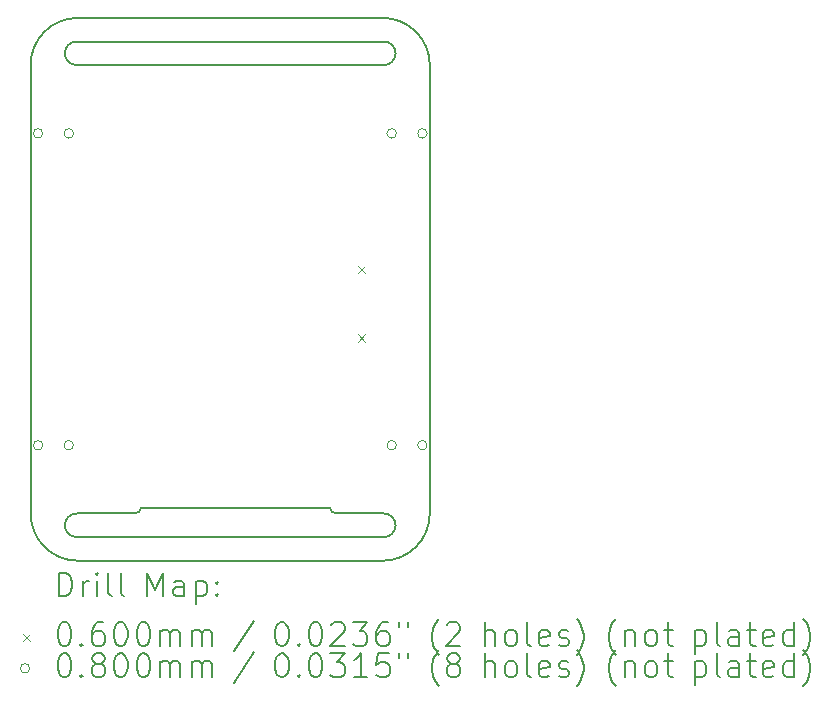
<source format=gbr>
%TF.GenerationSoftware,KiCad,Pcbnew,(7.0.0)*%
%TF.CreationDate,2023-09-20T22:00:41+02:00*%
%TF.ProjectId,Watchy,57617463-6879-42e6-9b69-6361645f7063,rev?*%
%TF.SameCoordinates,Original*%
%TF.FileFunction,Drillmap*%
%TF.FilePolarity,Positive*%
%FSLAX45Y45*%
G04 Gerber Fmt 4.5, Leading zero omitted, Abs format (unit mm)*
G04 Created by KiCad (PCBNEW (7.0.0)) date 2023-09-20 22:00:41*
%MOMM*%
%LPD*%
G01*
G04 APERTURE LIST*
%ADD10C,0.150000*%
%ADD11C,0.200000*%
%ADD12C,0.060000*%
%ADD13C,0.080000*%
G04 APERTURE END LIST*
D10*
X7160000Y-7315000D02*
G75*
G03*
X7260000Y-7415000I100000J0D01*
G01*
X7260000Y-11211000D02*
G75*
G03*
X7160000Y-11311000I0J-100000D01*
G01*
X9960000Y-11311000D02*
G75*
G03*
X9860000Y-11211000I-100000J0D01*
G01*
X9860000Y-7415000D02*
G75*
G03*
X9960000Y-7315000I0J100000D01*
G01*
X9860000Y-7415000D02*
X7260000Y-7415000D01*
X7260000Y-7215000D02*
X9860000Y-7215000D01*
X9850000Y-11611000D02*
G75*
G03*
X10250000Y-11211000I0J400000D01*
G01*
X6870000Y-11211000D02*
G75*
G03*
X7270000Y-11611000I400000J0D01*
G01*
X10250000Y-7415000D02*
G75*
G03*
X9850000Y-7015000I-400000J0D01*
G01*
X10250000Y-11211000D02*
X10250000Y-7415000D01*
X7755000Y-11211000D02*
G75*
G03*
X7805000Y-11161000I0J50000D01*
G01*
X9405000Y-11161000D02*
G75*
G03*
X9455000Y-11211000I50000J0D01*
G01*
X9860000Y-11211000D02*
X9455000Y-11211000D01*
X7805000Y-11161000D02*
X9405000Y-11161000D01*
X6870000Y-11211000D02*
X6870000Y-7415000D01*
X9850000Y-7015000D02*
X7270000Y-7015000D01*
X9860000Y-11411000D02*
G75*
G03*
X9960000Y-11311000I0J100000D01*
G01*
X9860000Y-11411000D02*
X7260000Y-11411000D01*
X7260000Y-11211000D02*
X7755000Y-11211000D01*
X7270000Y-11611000D02*
X9850000Y-11611000D01*
X7270000Y-7015000D02*
G75*
G03*
X6870000Y-7415000I0J-400000D01*
G01*
X9960000Y-7315000D02*
G75*
G03*
X9860000Y-7215000I-100000J0D01*
G01*
X7160000Y-11311000D02*
G75*
G03*
X7260000Y-11411000I100000J0D01*
G01*
X7260000Y-7215000D02*
G75*
G03*
X7160000Y-7315000I0J-100000D01*
G01*
D11*
D12*
X9645000Y-9117000D02*
X9705000Y-9177000D01*
X9705000Y-9117000D02*
X9645000Y-9177000D01*
X9645000Y-9695000D02*
X9705000Y-9755000D01*
X9705000Y-9695000D02*
X9645000Y-9755000D01*
D13*
X6973000Y-7993000D02*
G75*
G03*
X6973000Y-7993000I-40000J0D01*
G01*
X6973000Y-10633000D02*
G75*
G03*
X6973000Y-10633000I-40000J0D01*
G01*
X7233000Y-7993000D02*
G75*
G03*
X7233000Y-7993000I-40000J0D01*
G01*
X7233000Y-10633000D02*
G75*
G03*
X7233000Y-10633000I-40000J0D01*
G01*
X9967000Y-7993000D02*
G75*
G03*
X9967000Y-7993000I-40000J0D01*
G01*
X9967000Y-10633000D02*
G75*
G03*
X9967000Y-10633000I-40000J0D01*
G01*
X10227000Y-7993000D02*
G75*
G03*
X10227000Y-7993000I-40000J0D01*
G01*
X10227000Y-10633000D02*
G75*
G03*
X10227000Y-10633000I-40000J0D01*
G01*
D11*
X7110119Y-11911976D02*
X7110119Y-11711976D01*
X7110119Y-11711976D02*
X7157738Y-11711976D01*
X7157738Y-11711976D02*
X7186309Y-11721500D01*
X7186309Y-11721500D02*
X7205357Y-11740548D01*
X7205357Y-11740548D02*
X7214881Y-11759595D01*
X7214881Y-11759595D02*
X7224405Y-11797690D01*
X7224405Y-11797690D02*
X7224405Y-11826262D01*
X7224405Y-11826262D02*
X7214881Y-11864357D01*
X7214881Y-11864357D02*
X7205357Y-11883405D01*
X7205357Y-11883405D02*
X7186309Y-11902452D01*
X7186309Y-11902452D02*
X7157738Y-11911976D01*
X7157738Y-11911976D02*
X7110119Y-11911976D01*
X7310119Y-11911976D02*
X7310119Y-11778643D01*
X7310119Y-11816738D02*
X7319643Y-11797690D01*
X7319643Y-11797690D02*
X7329167Y-11788167D01*
X7329167Y-11788167D02*
X7348214Y-11778643D01*
X7348214Y-11778643D02*
X7367262Y-11778643D01*
X7433928Y-11911976D02*
X7433928Y-11778643D01*
X7433928Y-11711976D02*
X7424405Y-11721500D01*
X7424405Y-11721500D02*
X7433928Y-11731024D01*
X7433928Y-11731024D02*
X7443452Y-11721500D01*
X7443452Y-11721500D02*
X7433928Y-11711976D01*
X7433928Y-11711976D02*
X7433928Y-11731024D01*
X7557738Y-11911976D02*
X7538690Y-11902452D01*
X7538690Y-11902452D02*
X7529167Y-11883405D01*
X7529167Y-11883405D02*
X7529167Y-11711976D01*
X7662500Y-11911976D02*
X7643452Y-11902452D01*
X7643452Y-11902452D02*
X7633928Y-11883405D01*
X7633928Y-11883405D02*
X7633928Y-11711976D01*
X7858690Y-11911976D02*
X7858690Y-11711976D01*
X7858690Y-11711976D02*
X7925357Y-11854833D01*
X7925357Y-11854833D02*
X7992024Y-11711976D01*
X7992024Y-11711976D02*
X7992024Y-11911976D01*
X8172976Y-11911976D02*
X8172976Y-11807214D01*
X8172976Y-11807214D02*
X8163452Y-11788167D01*
X8163452Y-11788167D02*
X8144405Y-11778643D01*
X8144405Y-11778643D02*
X8106309Y-11778643D01*
X8106309Y-11778643D02*
X8087262Y-11788167D01*
X8172976Y-11902452D02*
X8153928Y-11911976D01*
X8153928Y-11911976D02*
X8106309Y-11911976D01*
X8106309Y-11911976D02*
X8087262Y-11902452D01*
X8087262Y-11902452D02*
X8077738Y-11883405D01*
X8077738Y-11883405D02*
X8077738Y-11864357D01*
X8077738Y-11864357D02*
X8087262Y-11845309D01*
X8087262Y-11845309D02*
X8106309Y-11835786D01*
X8106309Y-11835786D02*
X8153928Y-11835786D01*
X8153928Y-11835786D02*
X8172976Y-11826262D01*
X8268214Y-11778643D02*
X8268214Y-11978643D01*
X8268214Y-11788167D02*
X8287262Y-11778643D01*
X8287262Y-11778643D02*
X8325357Y-11778643D01*
X8325357Y-11778643D02*
X8344405Y-11788167D01*
X8344405Y-11788167D02*
X8353928Y-11797690D01*
X8353928Y-11797690D02*
X8363452Y-11816738D01*
X8363452Y-11816738D02*
X8363452Y-11873881D01*
X8363452Y-11873881D02*
X8353928Y-11892928D01*
X8353928Y-11892928D02*
X8344405Y-11902452D01*
X8344405Y-11902452D02*
X8325357Y-11911976D01*
X8325357Y-11911976D02*
X8287262Y-11911976D01*
X8287262Y-11911976D02*
X8268214Y-11902452D01*
X8449167Y-11892928D02*
X8458690Y-11902452D01*
X8458690Y-11902452D02*
X8449167Y-11911976D01*
X8449167Y-11911976D02*
X8439643Y-11902452D01*
X8439643Y-11902452D02*
X8449167Y-11892928D01*
X8449167Y-11892928D02*
X8449167Y-11911976D01*
X8449167Y-11788167D02*
X8458690Y-11797690D01*
X8458690Y-11797690D02*
X8449167Y-11807214D01*
X8449167Y-11807214D02*
X8439643Y-11797690D01*
X8439643Y-11797690D02*
X8449167Y-11788167D01*
X8449167Y-11788167D02*
X8449167Y-11807214D01*
D12*
X6802500Y-12228500D02*
X6862500Y-12288500D01*
X6862500Y-12228500D02*
X6802500Y-12288500D01*
D11*
X7148214Y-12131976D02*
X7167262Y-12131976D01*
X7167262Y-12131976D02*
X7186309Y-12141500D01*
X7186309Y-12141500D02*
X7195833Y-12151024D01*
X7195833Y-12151024D02*
X7205357Y-12170071D01*
X7205357Y-12170071D02*
X7214881Y-12208167D01*
X7214881Y-12208167D02*
X7214881Y-12255786D01*
X7214881Y-12255786D02*
X7205357Y-12293881D01*
X7205357Y-12293881D02*
X7195833Y-12312928D01*
X7195833Y-12312928D02*
X7186309Y-12322452D01*
X7186309Y-12322452D02*
X7167262Y-12331976D01*
X7167262Y-12331976D02*
X7148214Y-12331976D01*
X7148214Y-12331976D02*
X7129167Y-12322452D01*
X7129167Y-12322452D02*
X7119643Y-12312928D01*
X7119643Y-12312928D02*
X7110119Y-12293881D01*
X7110119Y-12293881D02*
X7100595Y-12255786D01*
X7100595Y-12255786D02*
X7100595Y-12208167D01*
X7100595Y-12208167D02*
X7110119Y-12170071D01*
X7110119Y-12170071D02*
X7119643Y-12151024D01*
X7119643Y-12151024D02*
X7129167Y-12141500D01*
X7129167Y-12141500D02*
X7148214Y-12131976D01*
X7300595Y-12312928D02*
X7310119Y-12322452D01*
X7310119Y-12322452D02*
X7300595Y-12331976D01*
X7300595Y-12331976D02*
X7291071Y-12322452D01*
X7291071Y-12322452D02*
X7300595Y-12312928D01*
X7300595Y-12312928D02*
X7300595Y-12331976D01*
X7481548Y-12131976D02*
X7443452Y-12131976D01*
X7443452Y-12131976D02*
X7424405Y-12141500D01*
X7424405Y-12141500D02*
X7414881Y-12151024D01*
X7414881Y-12151024D02*
X7395833Y-12179595D01*
X7395833Y-12179595D02*
X7386309Y-12217690D01*
X7386309Y-12217690D02*
X7386309Y-12293881D01*
X7386309Y-12293881D02*
X7395833Y-12312928D01*
X7395833Y-12312928D02*
X7405357Y-12322452D01*
X7405357Y-12322452D02*
X7424405Y-12331976D01*
X7424405Y-12331976D02*
X7462500Y-12331976D01*
X7462500Y-12331976D02*
X7481548Y-12322452D01*
X7481548Y-12322452D02*
X7491071Y-12312928D01*
X7491071Y-12312928D02*
X7500595Y-12293881D01*
X7500595Y-12293881D02*
X7500595Y-12246262D01*
X7500595Y-12246262D02*
X7491071Y-12227214D01*
X7491071Y-12227214D02*
X7481548Y-12217690D01*
X7481548Y-12217690D02*
X7462500Y-12208167D01*
X7462500Y-12208167D02*
X7424405Y-12208167D01*
X7424405Y-12208167D02*
X7405357Y-12217690D01*
X7405357Y-12217690D02*
X7395833Y-12227214D01*
X7395833Y-12227214D02*
X7386309Y-12246262D01*
X7624405Y-12131976D02*
X7643452Y-12131976D01*
X7643452Y-12131976D02*
X7662500Y-12141500D01*
X7662500Y-12141500D02*
X7672024Y-12151024D01*
X7672024Y-12151024D02*
X7681548Y-12170071D01*
X7681548Y-12170071D02*
X7691071Y-12208167D01*
X7691071Y-12208167D02*
X7691071Y-12255786D01*
X7691071Y-12255786D02*
X7681548Y-12293881D01*
X7681548Y-12293881D02*
X7672024Y-12312928D01*
X7672024Y-12312928D02*
X7662500Y-12322452D01*
X7662500Y-12322452D02*
X7643452Y-12331976D01*
X7643452Y-12331976D02*
X7624405Y-12331976D01*
X7624405Y-12331976D02*
X7605357Y-12322452D01*
X7605357Y-12322452D02*
X7595833Y-12312928D01*
X7595833Y-12312928D02*
X7586309Y-12293881D01*
X7586309Y-12293881D02*
X7576786Y-12255786D01*
X7576786Y-12255786D02*
X7576786Y-12208167D01*
X7576786Y-12208167D02*
X7586309Y-12170071D01*
X7586309Y-12170071D02*
X7595833Y-12151024D01*
X7595833Y-12151024D02*
X7605357Y-12141500D01*
X7605357Y-12141500D02*
X7624405Y-12131976D01*
X7814881Y-12131976D02*
X7833929Y-12131976D01*
X7833929Y-12131976D02*
X7852976Y-12141500D01*
X7852976Y-12141500D02*
X7862500Y-12151024D01*
X7862500Y-12151024D02*
X7872024Y-12170071D01*
X7872024Y-12170071D02*
X7881548Y-12208167D01*
X7881548Y-12208167D02*
X7881548Y-12255786D01*
X7881548Y-12255786D02*
X7872024Y-12293881D01*
X7872024Y-12293881D02*
X7862500Y-12312928D01*
X7862500Y-12312928D02*
X7852976Y-12322452D01*
X7852976Y-12322452D02*
X7833929Y-12331976D01*
X7833929Y-12331976D02*
X7814881Y-12331976D01*
X7814881Y-12331976D02*
X7795833Y-12322452D01*
X7795833Y-12322452D02*
X7786309Y-12312928D01*
X7786309Y-12312928D02*
X7776786Y-12293881D01*
X7776786Y-12293881D02*
X7767262Y-12255786D01*
X7767262Y-12255786D02*
X7767262Y-12208167D01*
X7767262Y-12208167D02*
X7776786Y-12170071D01*
X7776786Y-12170071D02*
X7786309Y-12151024D01*
X7786309Y-12151024D02*
X7795833Y-12141500D01*
X7795833Y-12141500D02*
X7814881Y-12131976D01*
X7967262Y-12331976D02*
X7967262Y-12198643D01*
X7967262Y-12217690D02*
X7976786Y-12208167D01*
X7976786Y-12208167D02*
X7995833Y-12198643D01*
X7995833Y-12198643D02*
X8024405Y-12198643D01*
X8024405Y-12198643D02*
X8043452Y-12208167D01*
X8043452Y-12208167D02*
X8052976Y-12227214D01*
X8052976Y-12227214D02*
X8052976Y-12331976D01*
X8052976Y-12227214D02*
X8062500Y-12208167D01*
X8062500Y-12208167D02*
X8081548Y-12198643D01*
X8081548Y-12198643D02*
X8110119Y-12198643D01*
X8110119Y-12198643D02*
X8129167Y-12208167D01*
X8129167Y-12208167D02*
X8138690Y-12227214D01*
X8138690Y-12227214D02*
X8138690Y-12331976D01*
X8233929Y-12331976D02*
X8233929Y-12198643D01*
X8233929Y-12217690D02*
X8243452Y-12208167D01*
X8243452Y-12208167D02*
X8262500Y-12198643D01*
X8262500Y-12198643D02*
X8291071Y-12198643D01*
X8291071Y-12198643D02*
X8310119Y-12208167D01*
X8310119Y-12208167D02*
X8319643Y-12227214D01*
X8319643Y-12227214D02*
X8319643Y-12331976D01*
X8319643Y-12227214D02*
X8329167Y-12208167D01*
X8329167Y-12208167D02*
X8348214Y-12198643D01*
X8348214Y-12198643D02*
X8376786Y-12198643D01*
X8376786Y-12198643D02*
X8395833Y-12208167D01*
X8395833Y-12208167D02*
X8405357Y-12227214D01*
X8405357Y-12227214D02*
X8405357Y-12331976D01*
X8763452Y-12122452D02*
X8592024Y-12379595D01*
X8988214Y-12131976D02*
X9007262Y-12131976D01*
X9007262Y-12131976D02*
X9026310Y-12141500D01*
X9026310Y-12141500D02*
X9035833Y-12151024D01*
X9035833Y-12151024D02*
X9045357Y-12170071D01*
X9045357Y-12170071D02*
X9054881Y-12208167D01*
X9054881Y-12208167D02*
X9054881Y-12255786D01*
X9054881Y-12255786D02*
X9045357Y-12293881D01*
X9045357Y-12293881D02*
X9035833Y-12312928D01*
X9035833Y-12312928D02*
X9026310Y-12322452D01*
X9026310Y-12322452D02*
X9007262Y-12331976D01*
X9007262Y-12331976D02*
X8988214Y-12331976D01*
X8988214Y-12331976D02*
X8969167Y-12322452D01*
X8969167Y-12322452D02*
X8959643Y-12312928D01*
X8959643Y-12312928D02*
X8950119Y-12293881D01*
X8950119Y-12293881D02*
X8940595Y-12255786D01*
X8940595Y-12255786D02*
X8940595Y-12208167D01*
X8940595Y-12208167D02*
X8950119Y-12170071D01*
X8950119Y-12170071D02*
X8959643Y-12151024D01*
X8959643Y-12151024D02*
X8969167Y-12141500D01*
X8969167Y-12141500D02*
X8988214Y-12131976D01*
X9140595Y-12312928D02*
X9150119Y-12322452D01*
X9150119Y-12322452D02*
X9140595Y-12331976D01*
X9140595Y-12331976D02*
X9131072Y-12322452D01*
X9131072Y-12322452D02*
X9140595Y-12312928D01*
X9140595Y-12312928D02*
X9140595Y-12331976D01*
X9273929Y-12131976D02*
X9292976Y-12131976D01*
X9292976Y-12131976D02*
X9312024Y-12141500D01*
X9312024Y-12141500D02*
X9321548Y-12151024D01*
X9321548Y-12151024D02*
X9331072Y-12170071D01*
X9331072Y-12170071D02*
X9340595Y-12208167D01*
X9340595Y-12208167D02*
X9340595Y-12255786D01*
X9340595Y-12255786D02*
X9331072Y-12293881D01*
X9331072Y-12293881D02*
X9321548Y-12312928D01*
X9321548Y-12312928D02*
X9312024Y-12322452D01*
X9312024Y-12322452D02*
X9292976Y-12331976D01*
X9292976Y-12331976D02*
X9273929Y-12331976D01*
X9273929Y-12331976D02*
X9254881Y-12322452D01*
X9254881Y-12322452D02*
X9245357Y-12312928D01*
X9245357Y-12312928D02*
X9235833Y-12293881D01*
X9235833Y-12293881D02*
X9226310Y-12255786D01*
X9226310Y-12255786D02*
X9226310Y-12208167D01*
X9226310Y-12208167D02*
X9235833Y-12170071D01*
X9235833Y-12170071D02*
X9245357Y-12151024D01*
X9245357Y-12151024D02*
X9254881Y-12141500D01*
X9254881Y-12141500D02*
X9273929Y-12131976D01*
X9416786Y-12151024D02*
X9426310Y-12141500D01*
X9426310Y-12141500D02*
X9445357Y-12131976D01*
X9445357Y-12131976D02*
X9492976Y-12131976D01*
X9492976Y-12131976D02*
X9512024Y-12141500D01*
X9512024Y-12141500D02*
X9521548Y-12151024D01*
X9521548Y-12151024D02*
X9531072Y-12170071D01*
X9531072Y-12170071D02*
X9531072Y-12189119D01*
X9531072Y-12189119D02*
X9521548Y-12217690D01*
X9521548Y-12217690D02*
X9407262Y-12331976D01*
X9407262Y-12331976D02*
X9531072Y-12331976D01*
X9597738Y-12131976D02*
X9721548Y-12131976D01*
X9721548Y-12131976D02*
X9654881Y-12208167D01*
X9654881Y-12208167D02*
X9683453Y-12208167D01*
X9683453Y-12208167D02*
X9702500Y-12217690D01*
X9702500Y-12217690D02*
X9712024Y-12227214D01*
X9712024Y-12227214D02*
X9721548Y-12246262D01*
X9721548Y-12246262D02*
X9721548Y-12293881D01*
X9721548Y-12293881D02*
X9712024Y-12312928D01*
X9712024Y-12312928D02*
X9702500Y-12322452D01*
X9702500Y-12322452D02*
X9683453Y-12331976D01*
X9683453Y-12331976D02*
X9626310Y-12331976D01*
X9626310Y-12331976D02*
X9607262Y-12322452D01*
X9607262Y-12322452D02*
X9597738Y-12312928D01*
X9892976Y-12131976D02*
X9854881Y-12131976D01*
X9854881Y-12131976D02*
X9835833Y-12141500D01*
X9835833Y-12141500D02*
X9826310Y-12151024D01*
X9826310Y-12151024D02*
X9807262Y-12179595D01*
X9807262Y-12179595D02*
X9797738Y-12217690D01*
X9797738Y-12217690D02*
X9797738Y-12293881D01*
X9797738Y-12293881D02*
X9807262Y-12312928D01*
X9807262Y-12312928D02*
X9816786Y-12322452D01*
X9816786Y-12322452D02*
X9835833Y-12331976D01*
X9835833Y-12331976D02*
X9873929Y-12331976D01*
X9873929Y-12331976D02*
X9892976Y-12322452D01*
X9892976Y-12322452D02*
X9902500Y-12312928D01*
X9902500Y-12312928D02*
X9912024Y-12293881D01*
X9912024Y-12293881D02*
X9912024Y-12246262D01*
X9912024Y-12246262D02*
X9902500Y-12227214D01*
X9902500Y-12227214D02*
X9892976Y-12217690D01*
X9892976Y-12217690D02*
X9873929Y-12208167D01*
X9873929Y-12208167D02*
X9835833Y-12208167D01*
X9835833Y-12208167D02*
X9816786Y-12217690D01*
X9816786Y-12217690D02*
X9807262Y-12227214D01*
X9807262Y-12227214D02*
X9797738Y-12246262D01*
X9988214Y-12131976D02*
X9988214Y-12170071D01*
X10064405Y-12131976D02*
X10064405Y-12170071D01*
X10327262Y-12408167D02*
X10317738Y-12398643D01*
X10317738Y-12398643D02*
X10298691Y-12370071D01*
X10298691Y-12370071D02*
X10289167Y-12351024D01*
X10289167Y-12351024D02*
X10279643Y-12322452D01*
X10279643Y-12322452D02*
X10270119Y-12274833D01*
X10270119Y-12274833D02*
X10270119Y-12236738D01*
X10270119Y-12236738D02*
X10279643Y-12189119D01*
X10279643Y-12189119D02*
X10289167Y-12160548D01*
X10289167Y-12160548D02*
X10298691Y-12141500D01*
X10298691Y-12141500D02*
X10317738Y-12112928D01*
X10317738Y-12112928D02*
X10327262Y-12103405D01*
X10393929Y-12151024D02*
X10403453Y-12141500D01*
X10403453Y-12141500D02*
X10422500Y-12131976D01*
X10422500Y-12131976D02*
X10470119Y-12131976D01*
X10470119Y-12131976D02*
X10489167Y-12141500D01*
X10489167Y-12141500D02*
X10498691Y-12151024D01*
X10498691Y-12151024D02*
X10508214Y-12170071D01*
X10508214Y-12170071D02*
X10508214Y-12189119D01*
X10508214Y-12189119D02*
X10498691Y-12217690D01*
X10498691Y-12217690D02*
X10384405Y-12331976D01*
X10384405Y-12331976D02*
X10508214Y-12331976D01*
X10713929Y-12331976D02*
X10713929Y-12131976D01*
X10799643Y-12331976D02*
X10799643Y-12227214D01*
X10799643Y-12227214D02*
X10790119Y-12208167D01*
X10790119Y-12208167D02*
X10771072Y-12198643D01*
X10771072Y-12198643D02*
X10742500Y-12198643D01*
X10742500Y-12198643D02*
X10723453Y-12208167D01*
X10723453Y-12208167D02*
X10713929Y-12217690D01*
X10923453Y-12331976D02*
X10904405Y-12322452D01*
X10904405Y-12322452D02*
X10894881Y-12312928D01*
X10894881Y-12312928D02*
X10885357Y-12293881D01*
X10885357Y-12293881D02*
X10885357Y-12236738D01*
X10885357Y-12236738D02*
X10894881Y-12217690D01*
X10894881Y-12217690D02*
X10904405Y-12208167D01*
X10904405Y-12208167D02*
X10923453Y-12198643D01*
X10923453Y-12198643D02*
X10952024Y-12198643D01*
X10952024Y-12198643D02*
X10971072Y-12208167D01*
X10971072Y-12208167D02*
X10980595Y-12217690D01*
X10980595Y-12217690D02*
X10990119Y-12236738D01*
X10990119Y-12236738D02*
X10990119Y-12293881D01*
X10990119Y-12293881D02*
X10980595Y-12312928D01*
X10980595Y-12312928D02*
X10971072Y-12322452D01*
X10971072Y-12322452D02*
X10952024Y-12331976D01*
X10952024Y-12331976D02*
X10923453Y-12331976D01*
X11104405Y-12331976D02*
X11085357Y-12322452D01*
X11085357Y-12322452D02*
X11075834Y-12303405D01*
X11075834Y-12303405D02*
X11075834Y-12131976D01*
X11256786Y-12322452D02*
X11237738Y-12331976D01*
X11237738Y-12331976D02*
X11199643Y-12331976D01*
X11199643Y-12331976D02*
X11180595Y-12322452D01*
X11180595Y-12322452D02*
X11171072Y-12303405D01*
X11171072Y-12303405D02*
X11171072Y-12227214D01*
X11171072Y-12227214D02*
X11180595Y-12208167D01*
X11180595Y-12208167D02*
X11199643Y-12198643D01*
X11199643Y-12198643D02*
X11237738Y-12198643D01*
X11237738Y-12198643D02*
X11256786Y-12208167D01*
X11256786Y-12208167D02*
X11266310Y-12227214D01*
X11266310Y-12227214D02*
X11266310Y-12246262D01*
X11266310Y-12246262D02*
X11171072Y-12265309D01*
X11342500Y-12322452D02*
X11361548Y-12331976D01*
X11361548Y-12331976D02*
X11399643Y-12331976D01*
X11399643Y-12331976D02*
X11418691Y-12322452D01*
X11418691Y-12322452D02*
X11428214Y-12303405D01*
X11428214Y-12303405D02*
X11428214Y-12293881D01*
X11428214Y-12293881D02*
X11418691Y-12274833D01*
X11418691Y-12274833D02*
X11399643Y-12265309D01*
X11399643Y-12265309D02*
X11371072Y-12265309D01*
X11371072Y-12265309D02*
X11352024Y-12255786D01*
X11352024Y-12255786D02*
X11342500Y-12236738D01*
X11342500Y-12236738D02*
X11342500Y-12227214D01*
X11342500Y-12227214D02*
X11352024Y-12208167D01*
X11352024Y-12208167D02*
X11371072Y-12198643D01*
X11371072Y-12198643D02*
X11399643Y-12198643D01*
X11399643Y-12198643D02*
X11418691Y-12208167D01*
X11494881Y-12408167D02*
X11504405Y-12398643D01*
X11504405Y-12398643D02*
X11523453Y-12370071D01*
X11523453Y-12370071D02*
X11532976Y-12351024D01*
X11532976Y-12351024D02*
X11542500Y-12322452D01*
X11542500Y-12322452D02*
X11552024Y-12274833D01*
X11552024Y-12274833D02*
X11552024Y-12236738D01*
X11552024Y-12236738D02*
X11542500Y-12189119D01*
X11542500Y-12189119D02*
X11532976Y-12160548D01*
X11532976Y-12160548D02*
X11523453Y-12141500D01*
X11523453Y-12141500D02*
X11504405Y-12112928D01*
X11504405Y-12112928D02*
X11494881Y-12103405D01*
X11824405Y-12408167D02*
X11814881Y-12398643D01*
X11814881Y-12398643D02*
X11795833Y-12370071D01*
X11795833Y-12370071D02*
X11786310Y-12351024D01*
X11786310Y-12351024D02*
X11776786Y-12322452D01*
X11776786Y-12322452D02*
X11767262Y-12274833D01*
X11767262Y-12274833D02*
X11767262Y-12236738D01*
X11767262Y-12236738D02*
X11776786Y-12189119D01*
X11776786Y-12189119D02*
X11786310Y-12160548D01*
X11786310Y-12160548D02*
X11795833Y-12141500D01*
X11795833Y-12141500D02*
X11814881Y-12112928D01*
X11814881Y-12112928D02*
X11824405Y-12103405D01*
X11900595Y-12198643D02*
X11900595Y-12331976D01*
X11900595Y-12217690D02*
X11910119Y-12208167D01*
X11910119Y-12208167D02*
X11929167Y-12198643D01*
X11929167Y-12198643D02*
X11957738Y-12198643D01*
X11957738Y-12198643D02*
X11976786Y-12208167D01*
X11976786Y-12208167D02*
X11986310Y-12227214D01*
X11986310Y-12227214D02*
X11986310Y-12331976D01*
X12110119Y-12331976D02*
X12091072Y-12322452D01*
X12091072Y-12322452D02*
X12081548Y-12312928D01*
X12081548Y-12312928D02*
X12072024Y-12293881D01*
X12072024Y-12293881D02*
X12072024Y-12236738D01*
X12072024Y-12236738D02*
X12081548Y-12217690D01*
X12081548Y-12217690D02*
X12091072Y-12208167D01*
X12091072Y-12208167D02*
X12110119Y-12198643D01*
X12110119Y-12198643D02*
X12138691Y-12198643D01*
X12138691Y-12198643D02*
X12157738Y-12208167D01*
X12157738Y-12208167D02*
X12167262Y-12217690D01*
X12167262Y-12217690D02*
X12176786Y-12236738D01*
X12176786Y-12236738D02*
X12176786Y-12293881D01*
X12176786Y-12293881D02*
X12167262Y-12312928D01*
X12167262Y-12312928D02*
X12157738Y-12322452D01*
X12157738Y-12322452D02*
X12138691Y-12331976D01*
X12138691Y-12331976D02*
X12110119Y-12331976D01*
X12233929Y-12198643D02*
X12310119Y-12198643D01*
X12262500Y-12131976D02*
X12262500Y-12303405D01*
X12262500Y-12303405D02*
X12272024Y-12322452D01*
X12272024Y-12322452D02*
X12291072Y-12331976D01*
X12291072Y-12331976D02*
X12310119Y-12331976D01*
X12496786Y-12198643D02*
X12496786Y-12398643D01*
X12496786Y-12208167D02*
X12515833Y-12198643D01*
X12515833Y-12198643D02*
X12553929Y-12198643D01*
X12553929Y-12198643D02*
X12572976Y-12208167D01*
X12572976Y-12208167D02*
X12582500Y-12217690D01*
X12582500Y-12217690D02*
X12592024Y-12236738D01*
X12592024Y-12236738D02*
X12592024Y-12293881D01*
X12592024Y-12293881D02*
X12582500Y-12312928D01*
X12582500Y-12312928D02*
X12572976Y-12322452D01*
X12572976Y-12322452D02*
X12553929Y-12331976D01*
X12553929Y-12331976D02*
X12515833Y-12331976D01*
X12515833Y-12331976D02*
X12496786Y-12322452D01*
X12706310Y-12331976D02*
X12687262Y-12322452D01*
X12687262Y-12322452D02*
X12677738Y-12303405D01*
X12677738Y-12303405D02*
X12677738Y-12131976D01*
X12868214Y-12331976D02*
X12868214Y-12227214D01*
X12868214Y-12227214D02*
X12858691Y-12208167D01*
X12858691Y-12208167D02*
X12839643Y-12198643D01*
X12839643Y-12198643D02*
X12801548Y-12198643D01*
X12801548Y-12198643D02*
X12782500Y-12208167D01*
X12868214Y-12322452D02*
X12849167Y-12331976D01*
X12849167Y-12331976D02*
X12801548Y-12331976D01*
X12801548Y-12331976D02*
X12782500Y-12322452D01*
X12782500Y-12322452D02*
X12772976Y-12303405D01*
X12772976Y-12303405D02*
X12772976Y-12284357D01*
X12772976Y-12284357D02*
X12782500Y-12265309D01*
X12782500Y-12265309D02*
X12801548Y-12255786D01*
X12801548Y-12255786D02*
X12849167Y-12255786D01*
X12849167Y-12255786D02*
X12868214Y-12246262D01*
X12934881Y-12198643D02*
X13011072Y-12198643D01*
X12963453Y-12131976D02*
X12963453Y-12303405D01*
X12963453Y-12303405D02*
X12972976Y-12322452D01*
X12972976Y-12322452D02*
X12992024Y-12331976D01*
X12992024Y-12331976D02*
X13011072Y-12331976D01*
X13153929Y-12322452D02*
X13134881Y-12331976D01*
X13134881Y-12331976D02*
X13096786Y-12331976D01*
X13096786Y-12331976D02*
X13077738Y-12322452D01*
X13077738Y-12322452D02*
X13068214Y-12303405D01*
X13068214Y-12303405D02*
X13068214Y-12227214D01*
X13068214Y-12227214D02*
X13077738Y-12208167D01*
X13077738Y-12208167D02*
X13096786Y-12198643D01*
X13096786Y-12198643D02*
X13134881Y-12198643D01*
X13134881Y-12198643D02*
X13153929Y-12208167D01*
X13153929Y-12208167D02*
X13163453Y-12227214D01*
X13163453Y-12227214D02*
X13163453Y-12246262D01*
X13163453Y-12246262D02*
X13068214Y-12265309D01*
X13334881Y-12331976D02*
X13334881Y-12131976D01*
X13334881Y-12322452D02*
X13315834Y-12331976D01*
X13315834Y-12331976D02*
X13277738Y-12331976D01*
X13277738Y-12331976D02*
X13258691Y-12322452D01*
X13258691Y-12322452D02*
X13249167Y-12312928D01*
X13249167Y-12312928D02*
X13239643Y-12293881D01*
X13239643Y-12293881D02*
X13239643Y-12236738D01*
X13239643Y-12236738D02*
X13249167Y-12217690D01*
X13249167Y-12217690D02*
X13258691Y-12208167D01*
X13258691Y-12208167D02*
X13277738Y-12198643D01*
X13277738Y-12198643D02*
X13315834Y-12198643D01*
X13315834Y-12198643D02*
X13334881Y-12208167D01*
X13411072Y-12408167D02*
X13420595Y-12398643D01*
X13420595Y-12398643D02*
X13439643Y-12370071D01*
X13439643Y-12370071D02*
X13449167Y-12351024D01*
X13449167Y-12351024D02*
X13458691Y-12322452D01*
X13458691Y-12322452D02*
X13468214Y-12274833D01*
X13468214Y-12274833D02*
X13468214Y-12236738D01*
X13468214Y-12236738D02*
X13458691Y-12189119D01*
X13458691Y-12189119D02*
X13449167Y-12160548D01*
X13449167Y-12160548D02*
X13439643Y-12141500D01*
X13439643Y-12141500D02*
X13420595Y-12112928D01*
X13420595Y-12112928D02*
X13411072Y-12103405D01*
D13*
X6862500Y-12522500D02*
G75*
G03*
X6862500Y-12522500I-40000J0D01*
G01*
D11*
X7148214Y-12395976D02*
X7167262Y-12395976D01*
X7167262Y-12395976D02*
X7186309Y-12405500D01*
X7186309Y-12405500D02*
X7195833Y-12415024D01*
X7195833Y-12415024D02*
X7205357Y-12434071D01*
X7205357Y-12434071D02*
X7214881Y-12472167D01*
X7214881Y-12472167D02*
X7214881Y-12519786D01*
X7214881Y-12519786D02*
X7205357Y-12557881D01*
X7205357Y-12557881D02*
X7195833Y-12576928D01*
X7195833Y-12576928D02*
X7186309Y-12586452D01*
X7186309Y-12586452D02*
X7167262Y-12595976D01*
X7167262Y-12595976D02*
X7148214Y-12595976D01*
X7148214Y-12595976D02*
X7129167Y-12586452D01*
X7129167Y-12586452D02*
X7119643Y-12576928D01*
X7119643Y-12576928D02*
X7110119Y-12557881D01*
X7110119Y-12557881D02*
X7100595Y-12519786D01*
X7100595Y-12519786D02*
X7100595Y-12472167D01*
X7100595Y-12472167D02*
X7110119Y-12434071D01*
X7110119Y-12434071D02*
X7119643Y-12415024D01*
X7119643Y-12415024D02*
X7129167Y-12405500D01*
X7129167Y-12405500D02*
X7148214Y-12395976D01*
X7300595Y-12576928D02*
X7310119Y-12586452D01*
X7310119Y-12586452D02*
X7300595Y-12595976D01*
X7300595Y-12595976D02*
X7291071Y-12586452D01*
X7291071Y-12586452D02*
X7300595Y-12576928D01*
X7300595Y-12576928D02*
X7300595Y-12595976D01*
X7424405Y-12481690D02*
X7405357Y-12472167D01*
X7405357Y-12472167D02*
X7395833Y-12462643D01*
X7395833Y-12462643D02*
X7386309Y-12443595D01*
X7386309Y-12443595D02*
X7386309Y-12434071D01*
X7386309Y-12434071D02*
X7395833Y-12415024D01*
X7395833Y-12415024D02*
X7405357Y-12405500D01*
X7405357Y-12405500D02*
X7424405Y-12395976D01*
X7424405Y-12395976D02*
X7462500Y-12395976D01*
X7462500Y-12395976D02*
X7481548Y-12405500D01*
X7481548Y-12405500D02*
X7491071Y-12415024D01*
X7491071Y-12415024D02*
X7500595Y-12434071D01*
X7500595Y-12434071D02*
X7500595Y-12443595D01*
X7500595Y-12443595D02*
X7491071Y-12462643D01*
X7491071Y-12462643D02*
X7481548Y-12472167D01*
X7481548Y-12472167D02*
X7462500Y-12481690D01*
X7462500Y-12481690D02*
X7424405Y-12481690D01*
X7424405Y-12481690D02*
X7405357Y-12491214D01*
X7405357Y-12491214D02*
X7395833Y-12500738D01*
X7395833Y-12500738D02*
X7386309Y-12519786D01*
X7386309Y-12519786D02*
X7386309Y-12557881D01*
X7386309Y-12557881D02*
X7395833Y-12576928D01*
X7395833Y-12576928D02*
X7405357Y-12586452D01*
X7405357Y-12586452D02*
X7424405Y-12595976D01*
X7424405Y-12595976D02*
X7462500Y-12595976D01*
X7462500Y-12595976D02*
X7481548Y-12586452D01*
X7481548Y-12586452D02*
X7491071Y-12576928D01*
X7491071Y-12576928D02*
X7500595Y-12557881D01*
X7500595Y-12557881D02*
X7500595Y-12519786D01*
X7500595Y-12519786D02*
X7491071Y-12500738D01*
X7491071Y-12500738D02*
X7481548Y-12491214D01*
X7481548Y-12491214D02*
X7462500Y-12481690D01*
X7624405Y-12395976D02*
X7643452Y-12395976D01*
X7643452Y-12395976D02*
X7662500Y-12405500D01*
X7662500Y-12405500D02*
X7672024Y-12415024D01*
X7672024Y-12415024D02*
X7681548Y-12434071D01*
X7681548Y-12434071D02*
X7691071Y-12472167D01*
X7691071Y-12472167D02*
X7691071Y-12519786D01*
X7691071Y-12519786D02*
X7681548Y-12557881D01*
X7681548Y-12557881D02*
X7672024Y-12576928D01*
X7672024Y-12576928D02*
X7662500Y-12586452D01*
X7662500Y-12586452D02*
X7643452Y-12595976D01*
X7643452Y-12595976D02*
X7624405Y-12595976D01*
X7624405Y-12595976D02*
X7605357Y-12586452D01*
X7605357Y-12586452D02*
X7595833Y-12576928D01*
X7595833Y-12576928D02*
X7586309Y-12557881D01*
X7586309Y-12557881D02*
X7576786Y-12519786D01*
X7576786Y-12519786D02*
X7576786Y-12472167D01*
X7576786Y-12472167D02*
X7586309Y-12434071D01*
X7586309Y-12434071D02*
X7595833Y-12415024D01*
X7595833Y-12415024D02*
X7605357Y-12405500D01*
X7605357Y-12405500D02*
X7624405Y-12395976D01*
X7814881Y-12395976D02*
X7833929Y-12395976D01*
X7833929Y-12395976D02*
X7852976Y-12405500D01*
X7852976Y-12405500D02*
X7862500Y-12415024D01*
X7862500Y-12415024D02*
X7872024Y-12434071D01*
X7872024Y-12434071D02*
X7881548Y-12472167D01*
X7881548Y-12472167D02*
X7881548Y-12519786D01*
X7881548Y-12519786D02*
X7872024Y-12557881D01*
X7872024Y-12557881D02*
X7862500Y-12576928D01*
X7862500Y-12576928D02*
X7852976Y-12586452D01*
X7852976Y-12586452D02*
X7833929Y-12595976D01*
X7833929Y-12595976D02*
X7814881Y-12595976D01*
X7814881Y-12595976D02*
X7795833Y-12586452D01*
X7795833Y-12586452D02*
X7786309Y-12576928D01*
X7786309Y-12576928D02*
X7776786Y-12557881D01*
X7776786Y-12557881D02*
X7767262Y-12519786D01*
X7767262Y-12519786D02*
X7767262Y-12472167D01*
X7767262Y-12472167D02*
X7776786Y-12434071D01*
X7776786Y-12434071D02*
X7786309Y-12415024D01*
X7786309Y-12415024D02*
X7795833Y-12405500D01*
X7795833Y-12405500D02*
X7814881Y-12395976D01*
X7967262Y-12595976D02*
X7967262Y-12462643D01*
X7967262Y-12481690D02*
X7976786Y-12472167D01*
X7976786Y-12472167D02*
X7995833Y-12462643D01*
X7995833Y-12462643D02*
X8024405Y-12462643D01*
X8024405Y-12462643D02*
X8043452Y-12472167D01*
X8043452Y-12472167D02*
X8052976Y-12491214D01*
X8052976Y-12491214D02*
X8052976Y-12595976D01*
X8052976Y-12491214D02*
X8062500Y-12472167D01*
X8062500Y-12472167D02*
X8081548Y-12462643D01*
X8081548Y-12462643D02*
X8110119Y-12462643D01*
X8110119Y-12462643D02*
X8129167Y-12472167D01*
X8129167Y-12472167D02*
X8138690Y-12491214D01*
X8138690Y-12491214D02*
X8138690Y-12595976D01*
X8233929Y-12595976D02*
X8233929Y-12462643D01*
X8233929Y-12481690D02*
X8243452Y-12472167D01*
X8243452Y-12472167D02*
X8262500Y-12462643D01*
X8262500Y-12462643D02*
X8291071Y-12462643D01*
X8291071Y-12462643D02*
X8310119Y-12472167D01*
X8310119Y-12472167D02*
X8319643Y-12491214D01*
X8319643Y-12491214D02*
X8319643Y-12595976D01*
X8319643Y-12491214D02*
X8329167Y-12472167D01*
X8329167Y-12472167D02*
X8348214Y-12462643D01*
X8348214Y-12462643D02*
X8376786Y-12462643D01*
X8376786Y-12462643D02*
X8395833Y-12472167D01*
X8395833Y-12472167D02*
X8405357Y-12491214D01*
X8405357Y-12491214D02*
X8405357Y-12595976D01*
X8763452Y-12386452D02*
X8592024Y-12643595D01*
X8988214Y-12395976D02*
X9007262Y-12395976D01*
X9007262Y-12395976D02*
X9026310Y-12405500D01*
X9026310Y-12405500D02*
X9035833Y-12415024D01*
X9035833Y-12415024D02*
X9045357Y-12434071D01*
X9045357Y-12434071D02*
X9054881Y-12472167D01*
X9054881Y-12472167D02*
X9054881Y-12519786D01*
X9054881Y-12519786D02*
X9045357Y-12557881D01*
X9045357Y-12557881D02*
X9035833Y-12576928D01*
X9035833Y-12576928D02*
X9026310Y-12586452D01*
X9026310Y-12586452D02*
X9007262Y-12595976D01*
X9007262Y-12595976D02*
X8988214Y-12595976D01*
X8988214Y-12595976D02*
X8969167Y-12586452D01*
X8969167Y-12586452D02*
X8959643Y-12576928D01*
X8959643Y-12576928D02*
X8950119Y-12557881D01*
X8950119Y-12557881D02*
X8940595Y-12519786D01*
X8940595Y-12519786D02*
X8940595Y-12472167D01*
X8940595Y-12472167D02*
X8950119Y-12434071D01*
X8950119Y-12434071D02*
X8959643Y-12415024D01*
X8959643Y-12415024D02*
X8969167Y-12405500D01*
X8969167Y-12405500D02*
X8988214Y-12395976D01*
X9140595Y-12576928D02*
X9150119Y-12586452D01*
X9150119Y-12586452D02*
X9140595Y-12595976D01*
X9140595Y-12595976D02*
X9131072Y-12586452D01*
X9131072Y-12586452D02*
X9140595Y-12576928D01*
X9140595Y-12576928D02*
X9140595Y-12595976D01*
X9273929Y-12395976D02*
X9292976Y-12395976D01*
X9292976Y-12395976D02*
X9312024Y-12405500D01*
X9312024Y-12405500D02*
X9321548Y-12415024D01*
X9321548Y-12415024D02*
X9331072Y-12434071D01*
X9331072Y-12434071D02*
X9340595Y-12472167D01*
X9340595Y-12472167D02*
X9340595Y-12519786D01*
X9340595Y-12519786D02*
X9331072Y-12557881D01*
X9331072Y-12557881D02*
X9321548Y-12576928D01*
X9321548Y-12576928D02*
X9312024Y-12586452D01*
X9312024Y-12586452D02*
X9292976Y-12595976D01*
X9292976Y-12595976D02*
X9273929Y-12595976D01*
X9273929Y-12595976D02*
X9254881Y-12586452D01*
X9254881Y-12586452D02*
X9245357Y-12576928D01*
X9245357Y-12576928D02*
X9235833Y-12557881D01*
X9235833Y-12557881D02*
X9226310Y-12519786D01*
X9226310Y-12519786D02*
X9226310Y-12472167D01*
X9226310Y-12472167D02*
X9235833Y-12434071D01*
X9235833Y-12434071D02*
X9245357Y-12415024D01*
X9245357Y-12415024D02*
X9254881Y-12405500D01*
X9254881Y-12405500D02*
X9273929Y-12395976D01*
X9407262Y-12395976D02*
X9531072Y-12395976D01*
X9531072Y-12395976D02*
X9464405Y-12472167D01*
X9464405Y-12472167D02*
X9492976Y-12472167D01*
X9492976Y-12472167D02*
X9512024Y-12481690D01*
X9512024Y-12481690D02*
X9521548Y-12491214D01*
X9521548Y-12491214D02*
X9531072Y-12510262D01*
X9531072Y-12510262D02*
X9531072Y-12557881D01*
X9531072Y-12557881D02*
X9521548Y-12576928D01*
X9521548Y-12576928D02*
X9512024Y-12586452D01*
X9512024Y-12586452D02*
X9492976Y-12595976D01*
X9492976Y-12595976D02*
X9435833Y-12595976D01*
X9435833Y-12595976D02*
X9416786Y-12586452D01*
X9416786Y-12586452D02*
X9407262Y-12576928D01*
X9721548Y-12595976D02*
X9607262Y-12595976D01*
X9664405Y-12595976D02*
X9664405Y-12395976D01*
X9664405Y-12395976D02*
X9645357Y-12424548D01*
X9645357Y-12424548D02*
X9626310Y-12443595D01*
X9626310Y-12443595D02*
X9607262Y-12453119D01*
X9902500Y-12395976D02*
X9807262Y-12395976D01*
X9807262Y-12395976D02*
X9797738Y-12491214D01*
X9797738Y-12491214D02*
X9807262Y-12481690D01*
X9807262Y-12481690D02*
X9826310Y-12472167D01*
X9826310Y-12472167D02*
X9873929Y-12472167D01*
X9873929Y-12472167D02*
X9892976Y-12481690D01*
X9892976Y-12481690D02*
X9902500Y-12491214D01*
X9902500Y-12491214D02*
X9912024Y-12510262D01*
X9912024Y-12510262D02*
X9912024Y-12557881D01*
X9912024Y-12557881D02*
X9902500Y-12576928D01*
X9902500Y-12576928D02*
X9892976Y-12586452D01*
X9892976Y-12586452D02*
X9873929Y-12595976D01*
X9873929Y-12595976D02*
X9826310Y-12595976D01*
X9826310Y-12595976D02*
X9807262Y-12586452D01*
X9807262Y-12586452D02*
X9797738Y-12576928D01*
X9988214Y-12395976D02*
X9988214Y-12434071D01*
X10064405Y-12395976D02*
X10064405Y-12434071D01*
X10327262Y-12672167D02*
X10317738Y-12662643D01*
X10317738Y-12662643D02*
X10298691Y-12634071D01*
X10298691Y-12634071D02*
X10289167Y-12615024D01*
X10289167Y-12615024D02*
X10279643Y-12586452D01*
X10279643Y-12586452D02*
X10270119Y-12538833D01*
X10270119Y-12538833D02*
X10270119Y-12500738D01*
X10270119Y-12500738D02*
X10279643Y-12453119D01*
X10279643Y-12453119D02*
X10289167Y-12424548D01*
X10289167Y-12424548D02*
X10298691Y-12405500D01*
X10298691Y-12405500D02*
X10317738Y-12376928D01*
X10317738Y-12376928D02*
X10327262Y-12367405D01*
X10432024Y-12481690D02*
X10412976Y-12472167D01*
X10412976Y-12472167D02*
X10403453Y-12462643D01*
X10403453Y-12462643D02*
X10393929Y-12443595D01*
X10393929Y-12443595D02*
X10393929Y-12434071D01*
X10393929Y-12434071D02*
X10403453Y-12415024D01*
X10403453Y-12415024D02*
X10412976Y-12405500D01*
X10412976Y-12405500D02*
X10432024Y-12395976D01*
X10432024Y-12395976D02*
X10470119Y-12395976D01*
X10470119Y-12395976D02*
X10489167Y-12405500D01*
X10489167Y-12405500D02*
X10498691Y-12415024D01*
X10498691Y-12415024D02*
X10508214Y-12434071D01*
X10508214Y-12434071D02*
X10508214Y-12443595D01*
X10508214Y-12443595D02*
X10498691Y-12462643D01*
X10498691Y-12462643D02*
X10489167Y-12472167D01*
X10489167Y-12472167D02*
X10470119Y-12481690D01*
X10470119Y-12481690D02*
X10432024Y-12481690D01*
X10432024Y-12481690D02*
X10412976Y-12491214D01*
X10412976Y-12491214D02*
X10403453Y-12500738D01*
X10403453Y-12500738D02*
X10393929Y-12519786D01*
X10393929Y-12519786D02*
X10393929Y-12557881D01*
X10393929Y-12557881D02*
X10403453Y-12576928D01*
X10403453Y-12576928D02*
X10412976Y-12586452D01*
X10412976Y-12586452D02*
X10432024Y-12595976D01*
X10432024Y-12595976D02*
X10470119Y-12595976D01*
X10470119Y-12595976D02*
X10489167Y-12586452D01*
X10489167Y-12586452D02*
X10498691Y-12576928D01*
X10498691Y-12576928D02*
X10508214Y-12557881D01*
X10508214Y-12557881D02*
X10508214Y-12519786D01*
X10508214Y-12519786D02*
X10498691Y-12500738D01*
X10498691Y-12500738D02*
X10489167Y-12491214D01*
X10489167Y-12491214D02*
X10470119Y-12481690D01*
X10713929Y-12595976D02*
X10713929Y-12395976D01*
X10799643Y-12595976D02*
X10799643Y-12491214D01*
X10799643Y-12491214D02*
X10790119Y-12472167D01*
X10790119Y-12472167D02*
X10771072Y-12462643D01*
X10771072Y-12462643D02*
X10742500Y-12462643D01*
X10742500Y-12462643D02*
X10723453Y-12472167D01*
X10723453Y-12472167D02*
X10713929Y-12481690D01*
X10923453Y-12595976D02*
X10904405Y-12586452D01*
X10904405Y-12586452D02*
X10894881Y-12576928D01*
X10894881Y-12576928D02*
X10885357Y-12557881D01*
X10885357Y-12557881D02*
X10885357Y-12500738D01*
X10885357Y-12500738D02*
X10894881Y-12481690D01*
X10894881Y-12481690D02*
X10904405Y-12472167D01*
X10904405Y-12472167D02*
X10923453Y-12462643D01*
X10923453Y-12462643D02*
X10952024Y-12462643D01*
X10952024Y-12462643D02*
X10971072Y-12472167D01*
X10971072Y-12472167D02*
X10980595Y-12481690D01*
X10980595Y-12481690D02*
X10990119Y-12500738D01*
X10990119Y-12500738D02*
X10990119Y-12557881D01*
X10990119Y-12557881D02*
X10980595Y-12576928D01*
X10980595Y-12576928D02*
X10971072Y-12586452D01*
X10971072Y-12586452D02*
X10952024Y-12595976D01*
X10952024Y-12595976D02*
X10923453Y-12595976D01*
X11104405Y-12595976D02*
X11085357Y-12586452D01*
X11085357Y-12586452D02*
X11075834Y-12567405D01*
X11075834Y-12567405D02*
X11075834Y-12395976D01*
X11256786Y-12586452D02*
X11237738Y-12595976D01*
X11237738Y-12595976D02*
X11199643Y-12595976D01*
X11199643Y-12595976D02*
X11180595Y-12586452D01*
X11180595Y-12586452D02*
X11171072Y-12567405D01*
X11171072Y-12567405D02*
X11171072Y-12491214D01*
X11171072Y-12491214D02*
X11180595Y-12472167D01*
X11180595Y-12472167D02*
X11199643Y-12462643D01*
X11199643Y-12462643D02*
X11237738Y-12462643D01*
X11237738Y-12462643D02*
X11256786Y-12472167D01*
X11256786Y-12472167D02*
X11266310Y-12491214D01*
X11266310Y-12491214D02*
X11266310Y-12510262D01*
X11266310Y-12510262D02*
X11171072Y-12529309D01*
X11342500Y-12586452D02*
X11361548Y-12595976D01*
X11361548Y-12595976D02*
X11399643Y-12595976D01*
X11399643Y-12595976D02*
X11418691Y-12586452D01*
X11418691Y-12586452D02*
X11428214Y-12567405D01*
X11428214Y-12567405D02*
X11428214Y-12557881D01*
X11428214Y-12557881D02*
X11418691Y-12538833D01*
X11418691Y-12538833D02*
X11399643Y-12529309D01*
X11399643Y-12529309D02*
X11371072Y-12529309D01*
X11371072Y-12529309D02*
X11352024Y-12519786D01*
X11352024Y-12519786D02*
X11342500Y-12500738D01*
X11342500Y-12500738D02*
X11342500Y-12491214D01*
X11342500Y-12491214D02*
X11352024Y-12472167D01*
X11352024Y-12472167D02*
X11371072Y-12462643D01*
X11371072Y-12462643D02*
X11399643Y-12462643D01*
X11399643Y-12462643D02*
X11418691Y-12472167D01*
X11494881Y-12672167D02*
X11504405Y-12662643D01*
X11504405Y-12662643D02*
X11523453Y-12634071D01*
X11523453Y-12634071D02*
X11532976Y-12615024D01*
X11532976Y-12615024D02*
X11542500Y-12586452D01*
X11542500Y-12586452D02*
X11552024Y-12538833D01*
X11552024Y-12538833D02*
X11552024Y-12500738D01*
X11552024Y-12500738D02*
X11542500Y-12453119D01*
X11542500Y-12453119D02*
X11532976Y-12424548D01*
X11532976Y-12424548D02*
X11523453Y-12405500D01*
X11523453Y-12405500D02*
X11504405Y-12376928D01*
X11504405Y-12376928D02*
X11494881Y-12367405D01*
X11824405Y-12672167D02*
X11814881Y-12662643D01*
X11814881Y-12662643D02*
X11795833Y-12634071D01*
X11795833Y-12634071D02*
X11786310Y-12615024D01*
X11786310Y-12615024D02*
X11776786Y-12586452D01*
X11776786Y-12586452D02*
X11767262Y-12538833D01*
X11767262Y-12538833D02*
X11767262Y-12500738D01*
X11767262Y-12500738D02*
X11776786Y-12453119D01*
X11776786Y-12453119D02*
X11786310Y-12424548D01*
X11786310Y-12424548D02*
X11795833Y-12405500D01*
X11795833Y-12405500D02*
X11814881Y-12376928D01*
X11814881Y-12376928D02*
X11824405Y-12367405D01*
X11900595Y-12462643D02*
X11900595Y-12595976D01*
X11900595Y-12481690D02*
X11910119Y-12472167D01*
X11910119Y-12472167D02*
X11929167Y-12462643D01*
X11929167Y-12462643D02*
X11957738Y-12462643D01*
X11957738Y-12462643D02*
X11976786Y-12472167D01*
X11976786Y-12472167D02*
X11986310Y-12491214D01*
X11986310Y-12491214D02*
X11986310Y-12595976D01*
X12110119Y-12595976D02*
X12091072Y-12586452D01*
X12091072Y-12586452D02*
X12081548Y-12576928D01*
X12081548Y-12576928D02*
X12072024Y-12557881D01*
X12072024Y-12557881D02*
X12072024Y-12500738D01*
X12072024Y-12500738D02*
X12081548Y-12481690D01*
X12081548Y-12481690D02*
X12091072Y-12472167D01*
X12091072Y-12472167D02*
X12110119Y-12462643D01*
X12110119Y-12462643D02*
X12138691Y-12462643D01*
X12138691Y-12462643D02*
X12157738Y-12472167D01*
X12157738Y-12472167D02*
X12167262Y-12481690D01*
X12167262Y-12481690D02*
X12176786Y-12500738D01*
X12176786Y-12500738D02*
X12176786Y-12557881D01*
X12176786Y-12557881D02*
X12167262Y-12576928D01*
X12167262Y-12576928D02*
X12157738Y-12586452D01*
X12157738Y-12586452D02*
X12138691Y-12595976D01*
X12138691Y-12595976D02*
X12110119Y-12595976D01*
X12233929Y-12462643D02*
X12310119Y-12462643D01*
X12262500Y-12395976D02*
X12262500Y-12567405D01*
X12262500Y-12567405D02*
X12272024Y-12586452D01*
X12272024Y-12586452D02*
X12291072Y-12595976D01*
X12291072Y-12595976D02*
X12310119Y-12595976D01*
X12496786Y-12462643D02*
X12496786Y-12662643D01*
X12496786Y-12472167D02*
X12515833Y-12462643D01*
X12515833Y-12462643D02*
X12553929Y-12462643D01*
X12553929Y-12462643D02*
X12572976Y-12472167D01*
X12572976Y-12472167D02*
X12582500Y-12481690D01*
X12582500Y-12481690D02*
X12592024Y-12500738D01*
X12592024Y-12500738D02*
X12592024Y-12557881D01*
X12592024Y-12557881D02*
X12582500Y-12576928D01*
X12582500Y-12576928D02*
X12572976Y-12586452D01*
X12572976Y-12586452D02*
X12553929Y-12595976D01*
X12553929Y-12595976D02*
X12515833Y-12595976D01*
X12515833Y-12595976D02*
X12496786Y-12586452D01*
X12706310Y-12595976D02*
X12687262Y-12586452D01*
X12687262Y-12586452D02*
X12677738Y-12567405D01*
X12677738Y-12567405D02*
X12677738Y-12395976D01*
X12868214Y-12595976D02*
X12868214Y-12491214D01*
X12868214Y-12491214D02*
X12858691Y-12472167D01*
X12858691Y-12472167D02*
X12839643Y-12462643D01*
X12839643Y-12462643D02*
X12801548Y-12462643D01*
X12801548Y-12462643D02*
X12782500Y-12472167D01*
X12868214Y-12586452D02*
X12849167Y-12595976D01*
X12849167Y-12595976D02*
X12801548Y-12595976D01*
X12801548Y-12595976D02*
X12782500Y-12586452D01*
X12782500Y-12586452D02*
X12772976Y-12567405D01*
X12772976Y-12567405D02*
X12772976Y-12548357D01*
X12772976Y-12548357D02*
X12782500Y-12529309D01*
X12782500Y-12529309D02*
X12801548Y-12519786D01*
X12801548Y-12519786D02*
X12849167Y-12519786D01*
X12849167Y-12519786D02*
X12868214Y-12510262D01*
X12934881Y-12462643D02*
X13011072Y-12462643D01*
X12963453Y-12395976D02*
X12963453Y-12567405D01*
X12963453Y-12567405D02*
X12972976Y-12586452D01*
X12972976Y-12586452D02*
X12992024Y-12595976D01*
X12992024Y-12595976D02*
X13011072Y-12595976D01*
X13153929Y-12586452D02*
X13134881Y-12595976D01*
X13134881Y-12595976D02*
X13096786Y-12595976D01*
X13096786Y-12595976D02*
X13077738Y-12586452D01*
X13077738Y-12586452D02*
X13068214Y-12567405D01*
X13068214Y-12567405D02*
X13068214Y-12491214D01*
X13068214Y-12491214D02*
X13077738Y-12472167D01*
X13077738Y-12472167D02*
X13096786Y-12462643D01*
X13096786Y-12462643D02*
X13134881Y-12462643D01*
X13134881Y-12462643D02*
X13153929Y-12472167D01*
X13153929Y-12472167D02*
X13163453Y-12491214D01*
X13163453Y-12491214D02*
X13163453Y-12510262D01*
X13163453Y-12510262D02*
X13068214Y-12529309D01*
X13334881Y-12595976D02*
X13334881Y-12395976D01*
X13334881Y-12586452D02*
X13315834Y-12595976D01*
X13315834Y-12595976D02*
X13277738Y-12595976D01*
X13277738Y-12595976D02*
X13258691Y-12586452D01*
X13258691Y-12586452D02*
X13249167Y-12576928D01*
X13249167Y-12576928D02*
X13239643Y-12557881D01*
X13239643Y-12557881D02*
X13239643Y-12500738D01*
X13239643Y-12500738D02*
X13249167Y-12481690D01*
X13249167Y-12481690D02*
X13258691Y-12472167D01*
X13258691Y-12472167D02*
X13277738Y-12462643D01*
X13277738Y-12462643D02*
X13315834Y-12462643D01*
X13315834Y-12462643D02*
X13334881Y-12472167D01*
X13411072Y-12672167D02*
X13420595Y-12662643D01*
X13420595Y-12662643D02*
X13439643Y-12634071D01*
X13439643Y-12634071D02*
X13449167Y-12615024D01*
X13449167Y-12615024D02*
X13458691Y-12586452D01*
X13458691Y-12586452D02*
X13468214Y-12538833D01*
X13468214Y-12538833D02*
X13468214Y-12500738D01*
X13468214Y-12500738D02*
X13458691Y-12453119D01*
X13458691Y-12453119D02*
X13449167Y-12424548D01*
X13449167Y-12424548D02*
X13439643Y-12405500D01*
X13439643Y-12405500D02*
X13420595Y-12376928D01*
X13420595Y-12376928D02*
X13411072Y-12367405D01*
M02*

</source>
